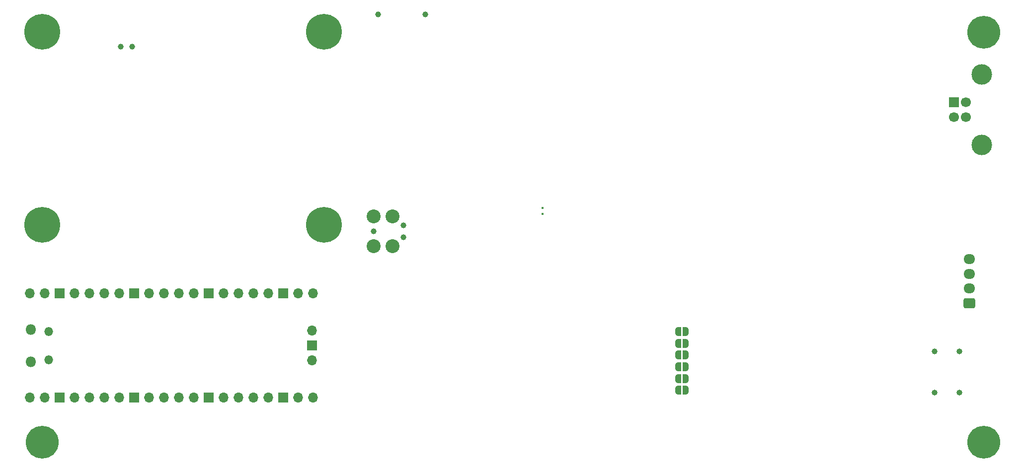
<source format=gbs>
G04 #@! TF.GenerationSoftware,KiCad,Pcbnew,(6.0.2-0)*
G04 #@! TF.CreationDate,2022-04-07T20:49:23-06:00*
G04 #@! TF.ProjectId,CONEPROJ,434f4e45-5052-44f4-9a2e-6b696361645f,rev?*
G04 #@! TF.SameCoordinates,Original*
G04 #@! TF.FileFunction,Soldermask,Bot*
G04 #@! TF.FilePolarity,Negative*
%FSLAX46Y46*%
G04 Gerber Fmt 4.6, Leading zero omitted, Abs format (unit mm)*
G04 Created by KiCad (PCBNEW (6.0.2-0)) date 2022-04-07 20:49:23*
%MOMM*%
%LPD*%
G01*
G04 APERTURE LIST*
G04 Aperture macros list*
%AMRoundRect*
0 Rectangle with rounded corners*
0 $1 Rounding radius*
0 $2 $3 $4 $5 $6 $7 $8 $9 X,Y pos of 4 corners*
0 Add a 4 corners polygon primitive as box body*
4,1,4,$2,$3,$4,$5,$6,$7,$8,$9,$2,$3,0*
0 Add four circle primitives for the rounded corners*
1,1,$1+$1,$2,$3*
1,1,$1+$1,$4,$5*
1,1,$1+$1,$6,$7*
1,1,$1+$1,$8,$9*
0 Add four rect primitives between the rounded corners*
20,1,$1+$1,$2,$3,$4,$5,0*
20,1,$1+$1,$4,$5,$6,$7,0*
20,1,$1+$1,$6,$7,$8,$9,0*
20,1,$1+$1,$8,$9,$2,$3,0*%
%AMFreePoly0*
4,1,22,0.500000,-0.750000,0.000000,-0.750000,0.000000,-0.745033,-0.079941,-0.743568,-0.215256,-0.701293,-0.333266,-0.622738,-0.424486,-0.514219,-0.481581,-0.384460,-0.499164,-0.250000,-0.500000,-0.250000,-0.500000,0.250000,-0.499164,0.250000,-0.499963,0.256109,-0.478152,0.396186,-0.417904,0.524511,-0.324060,0.630769,-0.204165,0.706417,-0.067858,0.745374,0.000000,0.744959,0.000000,0.750000,
0.500000,0.750000,0.500000,-0.750000,0.500000,-0.750000,$1*%
%AMFreePoly1*
4,1,20,0.000000,0.744959,0.073905,0.744508,0.209726,0.703889,0.328688,0.626782,0.421226,0.519385,0.479903,0.390333,0.500000,0.250000,0.500000,-0.250000,0.499851,-0.262216,0.476331,-0.402017,0.414519,-0.529596,0.319384,-0.634700,0.198574,-0.708877,0.061801,-0.746166,0.000000,-0.745033,0.000000,-0.750000,-0.500000,-0.750000,-0.500000,0.750000,0.000000,0.750000,0.000000,0.744959,
0.000000,0.744959,$1*%
G04 Aperture macros list end*
%ADD10C,1.000000*%
%ADD11O,1.000000X1.000000*%
%ADD12C,5.600000*%
%ADD13C,0.400000*%
%ADD14R,1.700000X1.700000*%
%ADD15C,1.700000*%
%ADD16C,3.500000*%
%ADD17C,2.374900*%
%ADD18C,0.990600*%
%ADD19O,1.500000X1.500000*%
%ADD20O,1.800000X1.800000*%
%ADD21O,1.700000X1.700000*%
%ADD22C,6.100000*%
%ADD23RoundRect,0.250000X0.725000X-0.600000X0.725000X0.600000X-0.725000X0.600000X-0.725000X-0.600000X0*%
%ADD24O,1.950000X1.700000*%
%ADD25FreePoly0,180.000000*%
%ADD26FreePoly1,180.000000*%
G04 APERTURE END LIST*
D10*
G04 #@! TO.C,J2*
X90200000Y-21947500D03*
X82200000Y-21947500D03*
G04 #@! TD*
D11*
G04 #@! TO.C,J301*
X181212500Y-86500000D03*
X177012500Y-86500000D03*
D10*
X177012500Y-79500000D03*
D11*
X181212500Y-79500000D03*
G04 #@! TD*
D12*
G04 #@! TO.C,H304*
X185362500Y-95000000D03*
G04 #@! TD*
D13*
G04 #@! TO.C,U307*
X110200000Y-55000000D03*
X110200000Y-56000000D03*
G04 #@! TD*
D14*
G04 #@! TO.C,J309*
X180362500Y-37000000D03*
D15*
X180362500Y-39500000D03*
X182362500Y-39500000D03*
X182362500Y-37000000D03*
D16*
X185072500Y-44270000D03*
X185072500Y-32230000D03*
G04 #@! TD*
D17*
G04 #@! TO.C,J311*
X84635000Y-61540000D03*
D18*
X86540000Y-57984000D03*
X86540000Y-60016000D03*
D17*
X81460000Y-61540000D03*
D18*
X81460000Y-59000000D03*
D17*
X81460000Y-56460000D03*
X84635000Y-56460000D03*
G04 #@! TD*
D19*
G04 #@! TO.C,U7*
X26030000Y-76075000D03*
X26030000Y-80925000D03*
D20*
X23000000Y-75775000D03*
X23000000Y-81225000D03*
D21*
X22870000Y-87390000D03*
X25410000Y-87390000D03*
D14*
X27950000Y-87390000D03*
D21*
X30490000Y-87390000D03*
X33030000Y-87390000D03*
X35570000Y-87390000D03*
X38110000Y-87390000D03*
D14*
X40650000Y-87390000D03*
D21*
X43190000Y-87390000D03*
X45730000Y-87390000D03*
X48270000Y-87390000D03*
X50810000Y-87390000D03*
D14*
X53350000Y-87390000D03*
D21*
X55890000Y-87390000D03*
X58430000Y-87390000D03*
X60970000Y-87390000D03*
X63510000Y-87390000D03*
D14*
X66050000Y-87390000D03*
D21*
X68590000Y-87390000D03*
X71130000Y-87390000D03*
X71130000Y-69610000D03*
X68590000Y-69610000D03*
D14*
X66050000Y-69610000D03*
D21*
X63510000Y-69610000D03*
X60970000Y-69610000D03*
X58430000Y-69610000D03*
X55890000Y-69610000D03*
D14*
X53350000Y-69610000D03*
D21*
X50810000Y-69610000D03*
X48270000Y-69610000D03*
X45730000Y-69610000D03*
X43190000Y-69610000D03*
D14*
X40650000Y-69610000D03*
D21*
X38110000Y-69610000D03*
X35570000Y-69610000D03*
X33030000Y-69610000D03*
X30490000Y-69610000D03*
D14*
X27950000Y-69610000D03*
D21*
X25410000Y-69610000D03*
X22870000Y-69610000D03*
X70900000Y-81040000D03*
D14*
X70900000Y-78500000D03*
D21*
X70900000Y-75960000D03*
G04 #@! TD*
D22*
G04 #@! TO.C,Module2*
X24970000Y-57910000D03*
X72970000Y-57910000D03*
X72970000Y-24910000D03*
X24970000Y-24910000D03*
G04 #@! TD*
D12*
G04 #@! TO.C,H302*
X185362500Y-25000000D03*
G04 #@! TD*
D23*
G04 #@! TO.C,J306*
X182912500Y-71250000D03*
D24*
X182912500Y-68750000D03*
X182912500Y-66250000D03*
X182912500Y-63750000D03*
G04 #@! TD*
D12*
G04 #@! TO.C,H303*
X25000000Y-95000000D03*
G04 #@! TD*
D25*
G04 #@! TO.C,JP5*
X134600000Y-80100000D03*
D26*
X133300000Y-80100000D03*
G04 #@! TD*
D25*
G04 #@! TO.C,JP3*
X134600000Y-84100000D03*
D26*
X133300000Y-84100000D03*
G04 #@! TD*
D25*
G04 #@! TO.C,JP7*
X134600000Y-76100000D03*
D26*
X133300000Y-76100000D03*
G04 #@! TD*
D25*
G04 #@! TO.C,JP4*
X134600000Y-82100000D03*
D26*
X133300000Y-82100000D03*
G04 #@! TD*
D25*
G04 #@! TO.C,JP6*
X134600000Y-78100000D03*
D26*
X133300000Y-78100000D03*
G04 #@! TD*
D25*
G04 #@! TO.C,JP2*
X134600000Y-86100000D03*
D26*
X133300000Y-86100000D03*
G04 #@! TD*
D10*
G04 #@! TO.C,TP3*
X38300000Y-27500000D03*
G04 #@! TD*
G04 #@! TO.C,TP2*
X40300000Y-27500000D03*
G04 #@! TD*
M02*

</source>
